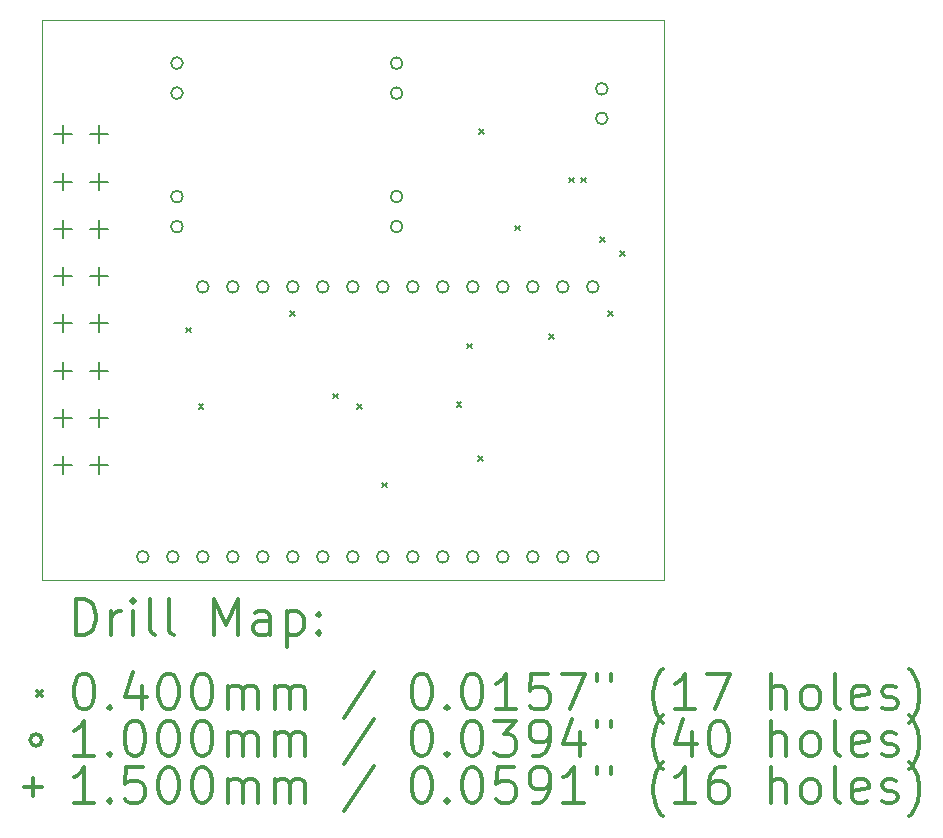
<source format=gbr>
%FSLAX45Y45*%
G04 Gerber Fmt 4.5, Leading zero omitted, Abs format (unit mm)*
G04 Created by KiCad (PCBNEW (5.1.10)-1) date 2021-09-10 11:40:18*
%MOMM*%
%LPD*%
G01*
G04 APERTURE LIST*
%TA.AperFunction,Profile*%
%ADD10C,0.050000*%
%TD*%
%ADD11C,0.200000*%
%ADD12C,0.300000*%
G04 APERTURE END LIST*
D10*
X12636500Y-13400000D02*
X12636500Y-8661400D01*
X17900000Y-8661400D02*
X12636500Y-8661400D01*
X17900000Y-8661400D02*
X17900000Y-13400000D01*
X12636500Y-13400000D02*
X17900000Y-13400000D01*
D11*
X13853690Y-11267950D02*
X13893690Y-11307950D01*
X13893690Y-11267950D02*
X13853690Y-11307950D01*
X13960160Y-11917100D02*
X14000160Y-11957100D01*
X14000160Y-11917100D02*
X13960160Y-11957100D01*
X14737400Y-11130390D02*
X14777400Y-11170390D01*
X14777400Y-11130390D02*
X14737400Y-11170390D01*
X15100000Y-11826450D02*
X15140000Y-11866450D01*
X15140000Y-11826450D02*
X15100000Y-11866450D01*
X15303150Y-11917340D02*
X15343150Y-11957340D01*
X15343150Y-11917340D02*
X15303150Y-11957340D01*
X15515510Y-12579150D02*
X15555510Y-12619150D01*
X15555510Y-12579150D02*
X15515510Y-12619150D01*
X16144750Y-11899390D02*
X16184750Y-11939390D01*
X16184750Y-11899390D02*
X16144750Y-11939390D01*
X16236000Y-11404120D02*
X16276000Y-11444120D01*
X16276000Y-11404120D02*
X16236000Y-11444120D01*
X16327250Y-12357010D02*
X16367250Y-12397010D01*
X16367250Y-12357010D02*
X16327250Y-12397010D01*
X16337600Y-9584760D02*
X16377600Y-9624760D01*
X16377600Y-9584760D02*
X16337600Y-9624760D01*
X16642400Y-10404350D02*
X16682400Y-10444350D01*
X16682400Y-10404350D02*
X16642400Y-10444350D01*
X16927990Y-11321140D02*
X16967990Y-11361140D01*
X16967990Y-11321140D02*
X16927990Y-11361140D01*
X17098660Y-9996750D02*
X17138660Y-10036750D01*
X17138660Y-9996750D02*
X17098660Y-10036750D01*
X17201200Y-9996750D02*
X17241200Y-10036750D01*
X17241200Y-9996750D02*
X17201200Y-10036750D01*
X17361760Y-10502490D02*
X17401760Y-10542490D01*
X17401760Y-10502490D02*
X17361760Y-10542490D01*
X17429800Y-11130600D02*
X17469800Y-11170600D01*
X17469800Y-11130600D02*
X17429800Y-11170600D01*
X17531400Y-10622600D02*
X17571400Y-10662600D01*
X17571400Y-10622600D02*
X17531400Y-10662600D01*
X13537400Y-13208000D02*
G75*
G03*
X13537400Y-13208000I-50000J0D01*
G01*
X13791400Y-13208000D02*
G75*
G03*
X13791400Y-13208000I-50000J0D01*
G01*
X13826600Y-9028200D02*
G75*
G03*
X13826600Y-9028200I-50000J0D01*
G01*
X13826600Y-9282200D02*
G75*
G03*
X13826600Y-9282200I-50000J0D01*
G01*
X13826600Y-10158200D02*
G75*
G03*
X13826600Y-10158200I-50000J0D01*
G01*
X13826600Y-10412200D02*
G75*
G03*
X13826600Y-10412200I-50000J0D01*
G01*
X14045400Y-10922000D02*
G75*
G03*
X14045400Y-10922000I-50000J0D01*
G01*
X14045400Y-13208000D02*
G75*
G03*
X14045400Y-13208000I-50000J0D01*
G01*
X14299400Y-10922000D02*
G75*
G03*
X14299400Y-10922000I-50000J0D01*
G01*
X14299400Y-13208000D02*
G75*
G03*
X14299400Y-13208000I-50000J0D01*
G01*
X14553400Y-10922000D02*
G75*
G03*
X14553400Y-10922000I-50000J0D01*
G01*
X14553400Y-13208000D02*
G75*
G03*
X14553400Y-13208000I-50000J0D01*
G01*
X14807400Y-10922000D02*
G75*
G03*
X14807400Y-10922000I-50000J0D01*
G01*
X14807400Y-13208000D02*
G75*
G03*
X14807400Y-13208000I-50000J0D01*
G01*
X15061400Y-10922000D02*
G75*
G03*
X15061400Y-10922000I-50000J0D01*
G01*
X15061400Y-13208000D02*
G75*
G03*
X15061400Y-13208000I-50000J0D01*
G01*
X15315400Y-10922000D02*
G75*
G03*
X15315400Y-10922000I-50000J0D01*
G01*
X15315400Y-13208000D02*
G75*
G03*
X15315400Y-13208000I-50000J0D01*
G01*
X15569400Y-10922000D02*
G75*
G03*
X15569400Y-10922000I-50000J0D01*
G01*
X15569400Y-13208000D02*
G75*
G03*
X15569400Y-13208000I-50000J0D01*
G01*
X15686600Y-9028200D02*
G75*
G03*
X15686600Y-9028200I-50000J0D01*
G01*
X15686600Y-9282200D02*
G75*
G03*
X15686600Y-9282200I-50000J0D01*
G01*
X15686600Y-10158200D02*
G75*
G03*
X15686600Y-10158200I-50000J0D01*
G01*
X15686600Y-10412200D02*
G75*
G03*
X15686600Y-10412200I-50000J0D01*
G01*
X15823400Y-10922000D02*
G75*
G03*
X15823400Y-10922000I-50000J0D01*
G01*
X15823400Y-13208000D02*
G75*
G03*
X15823400Y-13208000I-50000J0D01*
G01*
X16077400Y-10922000D02*
G75*
G03*
X16077400Y-10922000I-50000J0D01*
G01*
X16077400Y-13208000D02*
G75*
G03*
X16077400Y-13208000I-50000J0D01*
G01*
X16331400Y-10922000D02*
G75*
G03*
X16331400Y-10922000I-50000J0D01*
G01*
X16331400Y-13208000D02*
G75*
G03*
X16331400Y-13208000I-50000J0D01*
G01*
X16585400Y-10922000D02*
G75*
G03*
X16585400Y-10922000I-50000J0D01*
G01*
X16585400Y-13208000D02*
G75*
G03*
X16585400Y-13208000I-50000J0D01*
G01*
X16839400Y-10922000D02*
G75*
G03*
X16839400Y-10922000I-50000J0D01*
G01*
X16839400Y-13208000D02*
G75*
G03*
X16839400Y-13208000I-50000J0D01*
G01*
X17093400Y-10922000D02*
G75*
G03*
X17093400Y-10922000I-50000J0D01*
G01*
X17093400Y-13208000D02*
G75*
G03*
X17093400Y-13208000I-50000J0D01*
G01*
X17347400Y-10922000D02*
G75*
G03*
X17347400Y-10922000I-50000J0D01*
G01*
X17347400Y-13208000D02*
G75*
G03*
X17347400Y-13208000I-50000J0D01*
G01*
X17423600Y-9245600D02*
G75*
G03*
X17423600Y-9245600I-50000J0D01*
G01*
X17423600Y-9495600D02*
G75*
G03*
X17423600Y-9495600I-50000J0D01*
G01*
X12814300Y-9555700D02*
X12814300Y-9705700D01*
X12739300Y-9630700D02*
X12889300Y-9630700D01*
X12814300Y-9955700D02*
X12814300Y-10105700D01*
X12739300Y-10030700D02*
X12889300Y-10030700D01*
X12814300Y-10355700D02*
X12814300Y-10505700D01*
X12739300Y-10430700D02*
X12889300Y-10430700D01*
X12814300Y-10755700D02*
X12814300Y-10905700D01*
X12739300Y-10830700D02*
X12889300Y-10830700D01*
X12814300Y-11155700D02*
X12814300Y-11305700D01*
X12739300Y-11230700D02*
X12889300Y-11230700D01*
X12814300Y-11555700D02*
X12814300Y-11705700D01*
X12739300Y-11630700D02*
X12889300Y-11630700D01*
X12814300Y-11955700D02*
X12814300Y-12105700D01*
X12739300Y-12030700D02*
X12889300Y-12030700D01*
X12814300Y-12355700D02*
X12814300Y-12505700D01*
X12739300Y-12430700D02*
X12889300Y-12430700D01*
X13114300Y-9555700D02*
X13114300Y-9705700D01*
X13039300Y-9630700D02*
X13189300Y-9630700D01*
X13114300Y-9955700D02*
X13114300Y-10105700D01*
X13039300Y-10030700D02*
X13189300Y-10030700D01*
X13114300Y-10355700D02*
X13114300Y-10505700D01*
X13039300Y-10430700D02*
X13189300Y-10430700D01*
X13114300Y-10755700D02*
X13114300Y-10905700D01*
X13039300Y-10830700D02*
X13189300Y-10830700D01*
X13114300Y-11155700D02*
X13114300Y-11305700D01*
X13039300Y-11230700D02*
X13189300Y-11230700D01*
X13114300Y-11555700D02*
X13114300Y-11705700D01*
X13039300Y-11630700D02*
X13189300Y-11630700D01*
X13114300Y-11955700D02*
X13114300Y-12105700D01*
X13039300Y-12030700D02*
X13189300Y-12030700D01*
X13114300Y-12355700D02*
X13114300Y-12505700D01*
X13039300Y-12430700D02*
X13189300Y-12430700D01*
D12*
X12920428Y-13868214D02*
X12920428Y-13568214D01*
X12991857Y-13568214D01*
X13034714Y-13582500D01*
X13063286Y-13611071D01*
X13077571Y-13639643D01*
X13091857Y-13696786D01*
X13091857Y-13739643D01*
X13077571Y-13796786D01*
X13063286Y-13825357D01*
X13034714Y-13853929D01*
X12991857Y-13868214D01*
X12920428Y-13868214D01*
X13220428Y-13868214D02*
X13220428Y-13668214D01*
X13220428Y-13725357D02*
X13234714Y-13696786D01*
X13249000Y-13682500D01*
X13277571Y-13668214D01*
X13306143Y-13668214D01*
X13406143Y-13868214D02*
X13406143Y-13668214D01*
X13406143Y-13568214D02*
X13391857Y-13582500D01*
X13406143Y-13596786D01*
X13420428Y-13582500D01*
X13406143Y-13568214D01*
X13406143Y-13596786D01*
X13591857Y-13868214D02*
X13563286Y-13853929D01*
X13549000Y-13825357D01*
X13549000Y-13568214D01*
X13749000Y-13868214D02*
X13720428Y-13853929D01*
X13706143Y-13825357D01*
X13706143Y-13568214D01*
X14091857Y-13868214D02*
X14091857Y-13568214D01*
X14191857Y-13782500D01*
X14291857Y-13568214D01*
X14291857Y-13868214D01*
X14563286Y-13868214D02*
X14563286Y-13711071D01*
X14549000Y-13682500D01*
X14520428Y-13668214D01*
X14463286Y-13668214D01*
X14434714Y-13682500D01*
X14563286Y-13853929D02*
X14534714Y-13868214D01*
X14463286Y-13868214D01*
X14434714Y-13853929D01*
X14420428Y-13825357D01*
X14420428Y-13796786D01*
X14434714Y-13768214D01*
X14463286Y-13753929D01*
X14534714Y-13753929D01*
X14563286Y-13739643D01*
X14706143Y-13668214D02*
X14706143Y-13968214D01*
X14706143Y-13682500D02*
X14734714Y-13668214D01*
X14791857Y-13668214D01*
X14820428Y-13682500D01*
X14834714Y-13696786D01*
X14849000Y-13725357D01*
X14849000Y-13811071D01*
X14834714Y-13839643D01*
X14820428Y-13853929D01*
X14791857Y-13868214D01*
X14734714Y-13868214D01*
X14706143Y-13853929D01*
X14977571Y-13839643D02*
X14991857Y-13853929D01*
X14977571Y-13868214D01*
X14963286Y-13853929D01*
X14977571Y-13839643D01*
X14977571Y-13868214D01*
X14977571Y-13682500D02*
X14991857Y-13696786D01*
X14977571Y-13711071D01*
X14963286Y-13696786D01*
X14977571Y-13682500D01*
X14977571Y-13711071D01*
X12594000Y-14342500D02*
X12634000Y-14382500D01*
X12634000Y-14342500D02*
X12594000Y-14382500D01*
X12977571Y-14198214D02*
X13006143Y-14198214D01*
X13034714Y-14212500D01*
X13049000Y-14226786D01*
X13063286Y-14255357D01*
X13077571Y-14312500D01*
X13077571Y-14383929D01*
X13063286Y-14441071D01*
X13049000Y-14469643D01*
X13034714Y-14483929D01*
X13006143Y-14498214D01*
X12977571Y-14498214D01*
X12949000Y-14483929D01*
X12934714Y-14469643D01*
X12920428Y-14441071D01*
X12906143Y-14383929D01*
X12906143Y-14312500D01*
X12920428Y-14255357D01*
X12934714Y-14226786D01*
X12949000Y-14212500D01*
X12977571Y-14198214D01*
X13206143Y-14469643D02*
X13220428Y-14483929D01*
X13206143Y-14498214D01*
X13191857Y-14483929D01*
X13206143Y-14469643D01*
X13206143Y-14498214D01*
X13477571Y-14298214D02*
X13477571Y-14498214D01*
X13406143Y-14183929D02*
X13334714Y-14398214D01*
X13520428Y-14398214D01*
X13691857Y-14198214D02*
X13720428Y-14198214D01*
X13749000Y-14212500D01*
X13763286Y-14226786D01*
X13777571Y-14255357D01*
X13791857Y-14312500D01*
X13791857Y-14383929D01*
X13777571Y-14441071D01*
X13763286Y-14469643D01*
X13749000Y-14483929D01*
X13720428Y-14498214D01*
X13691857Y-14498214D01*
X13663286Y-14483929D01*
X13649000Y-14469643D01*
X13634714Y-14441071D01*
X13620428Y-14383929D01*
X13620428Y-14312500D01*
X13634714Y-14255357D01*
X13649000Y-14226786D01*
X13663286Y-14212500D01*
X13691857Y-14198214D01*
X13977571Y-14198214D02*
X14006143Y-14198214D01*
X14034714Y-14212500D01*
X14049000Y-14226786D01*
X14063286Y-14255357D01*
X14077571Y-14312500D01*
X14077571Y-14383929D01*
X14063286Y-14441071D01*
X14049000Y-14469643D01*
X14034714Y-14483929D01*
X14006143Y-14498214D01*
X13977571Y-14498214D01*
X13949000Y-14483929D01*
X13934714Y-14469643D01*
X13920428Y-14441071D01*
X13906143Y-14383929D01*
X13906143Y-14312500D01*
X13920428Y-14255357D01*
X13934714Y-14226786D01*
X13949000Y-14212500D01*
X13977571Y-14198214D01*
X14206143Y-14498214D02*
X14206143Y-14298214D01*
X14206143Y-14326786D02*
X14220428Y-14312500D01*
X14249000Y-14298214D01*
X14291857Y-14298214D01*
X14320428Y-14312500D01*
X14334714Y-14341071D01*
X14334714Y-14498214D01*
X14334714Y-14341071D02*
X14349000Y-14312500D01*
X14377571Y-14298214D01*
X14420428Y-14298214D01*
X14449000Y-14312500D01*
X14463286Y-14341071D01*
X14463286Y-14498214D01*
X14606143Y-14498214D02*
X14606143Y-14298214D01*
X14606143Y-14326786D02*
X14620428Y-14312500D01*
X14649000Y-14298214D01*
X14691857Y-14298214D01*
X14720428Y-14312500D01*
X14734714Y-14341071D01*
X14734714Y-14498214D01*
X14734714Y-14341071D02*
X14749000Y-14312500D01*
X14777571Y-14298214D01*
X14820428Y-14298214D01*
X14849000Y-14312500D01*
X14863286Y-14341071D01*
X14863286Y-14498214D01*
X15449000Y-14183929D02*
X15191857Y-14569643D01*
X15834714Y-14198214D02*
X15863286Y-14198214D01*
X15891857Y-14212500D01*
X15906143Y-14226786D01*
X15920428Y-14255357D01*
X15934714Y-14312500D01*
X15934714Y-14383929D01*
X15920428Y-14441071D01*
X15906143Y-14469643D01*
X15891857Y-14483929D01*
X15863286Y-14498214D01*
X15834714Y-14498214D01*
X15806143Y-14483929D01*
X15791857Y-14469643D01*
X15777571Y-14441071D01*
X15763286Y-14383929D01*
X15763286Y-14312500D01*
X15777571Y-14255357D01*
X15791857Y-14226786D01*
X15806143Y-14212500D01*
X15834714Y-14198214D01*
X16063286Y-14469643D02*
X16077571Y-14483929D01*
X16063286Y-14498214D01*
X16049000Y-14483929D01*
X16063286Y-14469643D01*
X16063286Y-14498214D01*
X16263286Y-14198214D02*
X16291857Y-14198214D01*
X16320428Y-14212500D01*
X16334714Y-14226786D01*
X16349000Y-14255357D01*
X16363286Y-14312500D01*
X16363286Y-14383929D01*
X16349000Y-14441071D01*
X16334714Y-14469643D01*
X16320428Y-14483929D01*
X16291857Y-14498214D01*
X16263286Y-14498214D01*
X16234714Y-14483929D01*
X16220428Y-14469643D01*
X16206143Y-14441071D01*
X16191857Y-14383929D01*
X16191857Y-14312500D01*
X16206143Y-14255357D01*
X16220428Y-14226786D01*
X16234714Y-14212500D01*
X16263286Y-14198214D01*
X16649000Y-14498214D02*
X16477571Y-14498214D01*
X16563286Y-14498214D02*
X16563286Y-14198214D01*
X16534714Y-14241071D01*
X16506143Y-14269643D01*
X16477571Y-14283929D01*
X16920428Y-14198214D02*
X16777571Y-14198214D01*
X16763286Y-14341071D01*
X16777571Y-14326786D01*
X16806143Y-14312500D01*
X16877571Y-14312500D01*
X16906143Y-14326786D01*
X16920428Y-14341071D01*
X16934714Y-14369643D01*
X16934714Y-14441071D01*
X16920428Y-14469643D01*
X16906143Y-14483929D01*
X16877571Y-14498214D01*
X16806143Y-14498214D01*
X16777571Y-14483929D01*
X16763286Y-14469643D01*
X17034714Y-14198214D02*
X17234714Y-14198214D01*
X17106143Y-14498214D01*
X17334714Y-14198214D02*
X17334714Y-14255357D01*
X17449000Y-14198214D02*
X17449000Y-14255357D01*
X17891857Y-14612500D02*
X17877571Y-14598214D01*
X17849000Y-14555357D01*
X17834714Y-14526786D01*
X17820428Y-14483929D01*
X17806143Y-14412500D01*
X17806143Y-14355357D01*
X17820428Y-14283929D01*
X17834714Y-14241071D01*
X17849000Y-14212500D01*
X17877571Y-14169643D01*
X17891857Y-14155357D01*
X18163286Y-14498214D02*
X17991857Y-14498214D01*
X18077571Y-14498214D02*
X18077571Y-14198214D01*
X18049000Y-14241071D01*
X18020428Y-14269643D01*
X17991857Y-14283929D01*
X18263286Y-14198214D02*
X18463286Y-14198214D01*
X18334714Y-14498214D01*
X18806143Y-14498214D02*
X18806143Y-14198214D01*
X18934714Y-14498214D02*
X18934714Y-14341071D01*
X18920428Y-14312500D01*
X18891857Y-14298214D01*
X18849000Y-14298214D01*
X18820428Y-14312500D01*
X18806143Y-14326786D01*
X19120428Y-14498214D02*
X19091857Y-14483929D01*
X19077571Y-14469643D01*
X19063286Y-14441071D01*
X19063286Y-14355357D01*
X19077571Y-14326786D01*
X19091857Y-14312500D01*
X19120428Y-14298214D01*
X19163286Y-14298214D01*
X19191857Y-14312500D01*
X19206143Y-14326786D01*
X19220428Y-14355357D01*
X19220428Y-14441071D01*
X19206143Y-14469643D01*
X19191857Y-14483929D01*
X19163286Y-14498214D01*
X19120428Y-14498214D01*
X19391857Y-14498214D02*
X19363286Y-14483929D01*
X19349000Y-14455357D01*
X19349000Y-14198214D01*
X19620428Y-14483929D02*
X19591857Y-14498214D01*
X19534714Y-14498214D01*
X19506143Y-14483929D01*
X19491857Y-14455357D01*
X19491857Y-14341071D01*
X19506143Y-14312500D01*
X19534714Y-14298214D01*
X19591857Y-14298214D01*
X19620428Y-14312500D01*
X19634714Y-14341071D01*
X19634714Y-14369643D01*
X19491857Y-14398214D01*
X19749000Y-14483929D02*
X19777571Y-14498214D01*
X19834714Y-14498214D01*
X19863286Y-14483929D01*
X19877571Y-14455357D01*
X19877571Y-14441071D01*
X19863286Y-14412500D01*
X19834714Y-14398214D01*
X19791857Y-14398214D01*
X19763286Y-14383929D01*
X19749000Y-14355357D01*
X19749000Y-14341071D01*
X19763286Y-14312500D01*
X19791857Y-14298214D01*
X19834714Y-14298214D01*
X19863286Y-14312500D01*
X19977571Y-14612500D02*
X19991857Y-14598214D01*
X20020428Y-14555357D01*
X20034714Y-14526786D01*
X20049000Y-14483929D01*
X20063286Y-14412500D01*
X20063286Y-14355357D01*
X20049000Y-14283929D01*
X20034714Y-14241071D01*
X20020428Y-14212500D01*
X19991857Y-14169643D01*
X19977571Y-14155357D01*
X12634000Y-14758500D02*
G75*
G03*
X12634000Y-14758500I-50000J0D01*
G01*
X13077571Y-14894214D02*
X12906143Y-14894214D01*
X12991857Y-14894214D02*
X12991857Y-14594214D01*
X12963286Y-14637071D01*
X12934714Y-14665643D01*
X12906143Y-14679929D01*
X13206143Y-14865643D02*
X13220428Y-14879929D01*
X13206143Y-14894214D01*
X13191857Y-14879929D01*
X13206143Y-14865643D01*
X13206143Y-14894214D01*
X13406143Y-14594214D02*
X13434714Y-14594214D01*
X13463286Y-14608500D01*
X13477571Y-14622786D01*
X13491857Y-14651357D01*
X13506143Y-14708500D01*
X13506143Y-14779929D01*
X13491857Y-14837071D01*
X13477571Y-14865643D01*
X13463286Y-14879929D01*
X13434714Y-14894214D01*
X13406143Y-14894214D01*
X13377571Y-14879929D01*
X13363286Y-14865643D01*
X13349000Y-14837071D01*
X13334714Y-14779929D01*
X13334714Y-14708500D01*
X13349000Y-14651357D01*
X13363286Y-14622786D01*
X13377571Y-14608500D01*
X13406143Y-14594214D01*
X13691857Y-14594214D02*
X13720428Y-14594214D01*
X13749000Y-14608500D01*
X13763286Y-14622786D01*
X13777571Y-14651357D01*
X13791857Y-14708500D01*
X13791857Y-14779929D01*
X13777571Y-14837071D01*
X13763286Y-14865643D01*
X13749000Y-14879929D01*
X13720428Y-14894214D01*
X13691857Y-14894214D01*
X13663286Y-14879929D01*
X13649000Y-14865643D01*
X13634714Y-14837071D01*
X13620428Y-14779929D01*
X13620428Y-14708500D01*
X13634714Y-14651357D01*
X13649000Y-14622786D01*
X13663286Y-14608500D01*
X13691857Y-14594214D01*
X13977571Y-14594214D02*
X14006143Y-14594214D01*
X14034714Y-14608500D01*
X14049000Y-14622786D01*
X14063286Y-14651357D01*
X14077571Y-14708500D01*
X14077571Y-14779929D01*
X14063286Y-14837071D01*
X14049000Y-14865643D01*
X14034714Y-14879929D01*
X14006143Y-14894214D01*
X13977571Y-14894214D01*
X13949000Y-14879929D01*
X13934714Y-14865643D01*
X13920428Y-14837071D01*
X13906143Y-14779929D01*
X13906143Y-14708500D01*
X13920428Y-14651357D01*
X13934714Y-14622786D01*
X13949000Y-14608500D01*
X13977571Y-14594214D01*
X14206143Y-14894214D02*
X14206143Y-14694214D01*
X14206143Y-14722786D02*
X14220428Y-14708500D01*
X14249000Y-14694214D01*
X14291857Y-14694214D01*
X14320428Y-14708500D01*
X14334714Y-14737071D01*
X14334714Y-14894214D01*
X14334714Y-14737071D02*
X14349000Y-14708500D01*
X14377571Y-14694214D01*
X14420428Y-14694214D01*
X14449000Y-14708500D01*
X14463286Y-14737071D01*
X14463286Y-14894214D01*
X14606143Y-14894214D02*
X14606143Y-14694214D01*
X14606143Y-14722786D02*
X14620428Y-14708500D01*
X14649000Y-14694214D01*
X14691857Y-14694214D01*
X14720428Y-14708500D01*
X14734714Y-14737071D01*
X14734714Y-14894214D01*
X14734714Y-14737071D02*
X14749000Y-14708500D01*
X14777571Y-14694214D01*
X14820428Y-14694214D01*
X14849000Y-14708500D01*
X14863286Y-14737071D01*
X14863286Y-14894214D01*
X15449000Y-14579929D02*
X15191857Y-14965643D01*
X15834714Y-14594214D02*
X15863286Y-14594214D01*
X15891857Y-14608500D01*
X15906143Y-14622786D01*
X15920428Y-14651357D01*
X15934714Y-14708500D01*
X15934714Y-14779929D01*
X15920428Y-14837071D01*
X15906143Y-14865643D01*
X15891857Y-14879929D01*
X15863286Y-14894214D01*
X15834714Y-14894214D01*
X15806143Y-14879929D01*
X15791857Y-14865643D01*
X15777571Y-14837071D01*
X15763286Y-14779929D01*
X15763286Y-14708500D01*
X15777571Y-14651357D01*
X15791857Y-14622786D01*
X15806143Y-14608500D01*
X15834714Y-14594214D01*
X16063286Y-14865643D02*
X16077571Y-14879929D01*
X16063286Y-14894214D01*
X16049000Y-14879929D01*
X16063286Y-14865643D01*
X16063286Y-14894214D01*
X16263286Y-14594214D02*
X16291857Y-14594214D01*
X16320428Y-14608500D01*
X16334714Y-14622786D01*
X16349000Y-14651357D01*
X16363286Y-14708500D01*
X16363286Y-14779929D01*
X16349000Y-14837071D01*
X16334714Y-14865643D01*
X16320428Y-14879929D01*
X16291857Y-14894214D01*
X16263286Y-14894214D01*
X16234714Y-14879929D01*
X16220428Y-14865643D01*
X16206143Y-14837071D01*
X16191857Y-14779929D01*
X16191857Y-14708500D01*
X16206143Y-14651357D01*
X16220428Y-14622786D01*
X16234714Y-14608500D01*
X16263286Y-14594214D01*
X16463286Y-14594214D02*
X16649000Y-14594214D01*
X16549000Y-14708500D01*
X16591857Y-14708500D01*
X16620428Y-14722786D01*
X16634714Y-14737071D01*
X16649000Y-14765643D01*
X16649000Y-14837071D01*
X16634714Y-14865643D01*
X16620428Y-14879929D01*
X16591857Y-14894214D01*
X16506143Y-14894214D01*
X16477571Y-14879929D01*
X16463286Y-14865643D01*
X16791857Y-14894214D02*
X16849000Y-14894214D01*
X16877571Y-14879929D01*
X16891857Y-14865643D01*
X16920428Y-14822786D01*
X16934714Y-14765643D01*
X16934714Y-14651357D01*
X16920428Y-14622786D01*
X16906143Y-14608500D01*
X16877571Y-14594214D01*
X16820428Y-14594214D01*
X16791857Y-14608500D01*
X16777571Y-14622786D01*
X16763286Y-14651357D01*
X16763286Y-14722786D01*
X16777571Y-14751357D01*
X16791857Y-14765643D01*
X16820428Y-14779929D01*
X16877571Y-14779929D01*
X16906143Y-14765643D01*
X16920428Y-14751357D01*
X16934714Y-14722786D01*
X17191857Y-14694214D02*
X17191857Y-14894214D01*
X17120428Y-14579929D02*
X17049000Y-14794214D01*
X17234714Y-14794214D01*
X17334714Y-14594214D02*
X17334714Y-14651357D01*
X17449000Y-14594214D02*
X17449000Y-14651357D01*
X17891857Y-15008500D02*
X17877571Y-14994214D01*
X17849000Y-14951357D01*
X17834714Y-14922786D01*
X17820428Y-14879929D01*
X17806143Y-14808500D01*
X17806143Y-14751357D01*
X17820428Y-14679929D01*
X17834714Y-14637071D01*
X17849000Y-14608500D01*
X17877571Y-14565643D01*
X17891857Y-14551357D01*
X18134714Y-14694214D02*
X18134714Y-14894214D01*
X18063286Y-14579929D02*
X17991857Y-14794214D01*
X18177571Y-14794214D01*
X18349000Y-14594214D02*
X18377571Y-14594214D01*
X18406143Y-14608500D01*
X18420428Y-14622786D01*
X18434714Y-14651357D01*
X18449000Y-14708500D01*
X18449000Y-14779929D01*
X18434714Y-14837071D01*
X18420428Y-14865643D01*
X18406143Y-14879929D01*
X18377571Y-14894214D01*
X18349000Y-14894214D01*
X18320428Y-14879929D01*
X18306143Y-14865643D01*
X18291857Y-14837071D01*
X18277571Y-14779929D01*
X18277571Y-14708500D01*
X18291857Y-14651357D01*
X18306143Y-14622786D01*
X18320428Y-14608500D01*
X18349000Y-14594214D01*
X18806143Y-14894214D02*
X18806143Y-14594214D01*
X18934714Y-14894214D02*
X18934714Y-14737071D01*
X18920428Y-14708500D01*
X18891857Y-14694214D01*
X18849000Y-14694214D01*
X18820428Y-14708500D01*
X18806143Y-14722786D01*
X19120428Y-14894214D02*
X19091857Y-14879929D01*
X19077571Y-14865643D01*
X19063286Y-14837071D01*
X19063286Y-14751357D01*
X19077571Y-14722786D01*
X19091857Y-14708500D01*
X19120428Y-14694214D01*
X19163286Y-14694214D01*
X19191857Y-14708500D01*
X19206143Y-14722786D01*
X19220428Y-14751357D01*
X19220428Y-14837071D01*
X19206143Y-14865643D01*
X19191857Y-14879929D01*
X19163286Y-14894214D01*
X19120428Y-14894214D01*
X19391857Y-14894214D02*
X19363286Y-14879929D01*
X19349000Y-14851357D01*
X19349000Y-14594214D01*
X19620428Y-14879929D02*
X19591857Y-14894214D01*
X19534714Y-14894214D01*
X19506143Y-14879929D01*
X19491857Y-14851357D01*
X19491857Y-14737071D01*
X19506143Y-14708500D01*
X19534714Y-14694214D01*
X19591857Y-14694214D01*
X19620428Y-14708500D01*
X19634714Y-14737071D01*
X19634714Y-14765643D01*
X19491857Y-14794214D01*
X19749000Y-14879929D02*
X19777571Y-14894214D01*
X19834714Y-14894214D01*
X19863286Y-14879929D01*
X19877571Y-14851357D01*
X19877571Y-14837071D01*
X19863286Y-14808500D01*
X19834714Y-14794214D01*
X19791857Y-14794214D01*
X19763286Y-14779929D01*
X19749000Y-14751357D01*
X19749000Y-14737071D01*
X19763286Y-14708500D01*
X19791857Y-14694214D01*
X19834714Y-14694214D01*
X19863286Y-14708500D01*
X19977571Y-15008500D02*
X19991857Y-14994214D01*
X20020428Y-14951357D01*
X20034714Y-14922786D01*
X20049000Y-14879929D01*
X20063286Y-14808500D01*
X20063286Y-14751357D01*
X20049000Y-14679929D01*
X20034714Y-14637071D01*
X20020428Y-14608500D01*
X19991857Y-14565643D01*
X19977571Y-14551357D01*
X12559000Y-15079500D02*
X12559000Y-15229500D01*
X12484000Y-15154500D02*
X12634000Y-15154500D01*
X13077571Y-15290214D02*
X12906143Y-15290214D01*
X12991857Y-15290214D02*
X12991857Y-14990214D01*
X12963286Y-15033071D01*
X12934714Y-15061643D01*
X12906143Y-15075929D01*
X13206143Y-15261643D02*
X13220428Y-15275929D01*
X13206143Y-15290214D01*
X13191857Y-15275929D01*
X13206143Y-15261643D01*
X13206143Y-15290214D01*
X13491857Y-14990214D02*
X13349000Y-14990214D01*
X13334714Y-15133071D01*
X13349000Y-15118786D01*
X13377571Y-15104500D01*
X13449000Y-15104500D01*
X13477571Y-15118786D01*
X13491857Y-15133071D01*
X13506143Y-15161643D01*
X13506143Y-15233071D01*
X13491857Y-15261643D01*
X13477571Y-15275929D01*
X13449000Y-15290214D01*
X13377571Y-15290214D01*
X13349000Y-15275929D01*
X13334714Y-15261643D01*
X13691857Y-14990214D02*
X13720428Y-14990214D01*
X13749000Y-15004500D01*
X13763286Y-15018786D01*
X13777571Y-15047357D01*
X13791857Y-15104500D01*
X13791857Y-15175929D01*
X13777571Y-15233071D01*
X13763286Y-15261643D01*
X13749000Y-15275929D01*
X13720428Y-15290214D01*
X13691857Y-15290214D01*
X13663286Y-15275929D01*
X13649000Y-15261643D01*
X13634714Y-15233071D01*
X13620428Y-15175929D01*
X13620428Y-15104500D01*
X13634714Y-15047357D01*
X13649000Y-15018786D01*
X13663286Y-15004500D01*
X13691857Y-14990214D01*
X13977571Y-14990214D02*
X14006143Y-14990214D01*
X14034714Y-15004500D01*
X14049000Y-15018786D01*
X14063286Y-15047357D01*
X14077571Y-15104500D01*
X14077571Y-15175929D01*
X14063286Y-15233071D01*
X14049000Y-15261643D01*
X14034714Y-15275929D01*
X14006143Y-15290214D01*
X13977571Y-15290214D01*
X13949000Y-15275929D01*
X13934714Y-15261643D01*
X13920428Y-15233071D01*
X13906143Y-15175929D01*
X13906143Y-15104500D01*
X13920428Y-15047357D01*
X13934714Y-15018786D01*
X13949000Y-15004500D01*
X13977571Y-14990214D01*
X14206143Y-15290214D02*
X14206143Y-15090214D01*
X14206143Y-15118786D02*
X14220428Y-15104500D01*
X14249000Y-15090214D01*
X14291857Y-15090214D01*
X14320428Y-15104500D01*
X14334714Y-15133071D01*
X14334714Y-15290214D01*
X14334714Y-15133071D02*
X14349000Y-15104500D01*
X14377571Y-15090214D01*
X14420428Y-15090214D01*
X14449000Y-15104500D01*
X14463286Y-15133071D01*
X14463286Y-15290214D01*
X14606143Y-15290214D02*
X14606143Y-15090214D01*
X14606143Y-15118786D02*
X14620428Y-15104500D01*
X14649000Y-15090214D01*
X14691857Y-15090214D01*
X14720428Y-15104500D01*
X14734714Y-15133071D01*
X14734714Y-15290214D01*
X14734714Y-15133071D02*
X14749000Y-15104500D01*
X14777571Y-15090214D01*
X14820428Y-15090214D01*
X14849000Y-15104500D01*
X14863286Y-15133071D01*
X14863286Y-15290214D01*
X15449000Y-14975929D02*
X15191857Y-15361643D01*
X15834714Y-14990214D02*
X15863286Y-14990214D01*
X15891857Y-15004500D01*
X15906143Y-15018786D01*
X15920428Y-15047357D01*
X15934714Y-15104500D01*
X15934714Y-15175929D01*
X15920428Y-15233071D01*
X15906143Y-15261643D01*
X15891857Y-15275929D01*
X15863286Y-15290214D01*
X15834714Y-15290214D01*
X15806143Y-15275929D01*
X15791857Y-15261643D01*
X15777571Y-15233071D01*
X15763286Y-15175929D01*
X15763286Y-15104500D01*
X15777571Y-15047357D01*
X15791857Y-15018786D01*
X15806143Y-15004500D01*
X15834714Y-14990214D01*
X16063286Y-15261643D02*
X16077571Y-15275929D01*
X16063286Y-15290214D01*
X16049000Y-15275929D01*
X16063286Y-15261643D01*
X16063286Y-15290214D01*
X16263286Y-14990214D02*
X16291857Y-14990214D01*
X16320428Y-15004500D01*
X16334714Y-15018786D01*
X16349000Y-15047357D01*
X16363286Y-15104500D01*
X16363286Y-15175929D01*
X16349000Y-15233071D01*
X16334714Y-15261643D01*
X16320428Y-15275929D01*
X16291857Y-15290214D01*
X16263286Y-15290214D01*
X16234714Y-15275929D01*
X16220428Y-15261643D01*
X16206143Y-15233071D01*
X16191857Y-15175929D01*
X16191857Y-15104500D01*
X16206143Y-15047357D01*
X16220428Y-15018786D01*
X16234714Y-15004500D01*
X16263286Y-14990214D01*
X16634714Y-14990214D02*
X16491857Y-14990214D01*
X16477571Y-15133071D01*
X16491857Y-15118786D01*
X16520428Y-15104500D01*
X16591857Y-15104500D01*
X16620428Y-15118786D01*
X16634714Y-15133071D01*
X16649000Y-15161643D01*
X16649000Y-15233071D01*
X16634714Y-15261643D01*
X16620428Y-15275929D01*
X16591857Y-15290214D01*
X16520428Y-15290214D01*
X16491857Y-15275929D01*
X16477571Y-15261643D01*
X16791857Y-15290214D02*
X16849000Y-15290214D01*
X16877571Y-15275929D01*
X16891857Y-15261643D01*
X16920428Y-15218786D01*
X16934714Y-15161643D01*
X16934714Y-15047357D01*
X16920428Y-15018786D01*
X16906143Y-15004500D01*
X16877571Y-14990214D01*
X16820428Y-14990214D01*
X16791857Y-15004500D01*
X16777571Y-15018786D01*
X16763286Y-15047357D01*
X16763286Y-15118786D01*
X16777571Y-15147357D01*
X16791857Y-15161643D01*
X16820428Y-15175929D01*
X16877571Y-15175929D01*
X16906143Y-15161643D01*
X16920428Y-15147357D01*
X16934714Y-15118786D01*
X17220428Y-15290214D02*
X17049000Y-15290214D01*
X17134714Y-15290214D02*
X17134714Y-14990214D01*
X17106143Y-15033071D01*
X17077571Y-15061643D01*
X17049000Y-15075929D01*
X17334714Y-14990214D02*
X17334714Y-15047357D01*
X17449000Y-14990214D02*
X17449000Y-15047357D01*
X17891857Y-15404500D02*
X17877571Y-15390214D01*
X17849000Y-15347357D01*
X17834714Y-15318786D01*
X17820428Y-15275929D01*
X17806143Y-15204500D01*
X17806143Y-15147357D01*
X17820428Y-15075929D01*
X17834714Y-15033071D01*
X17849000Y-15004500D01*
X17877571Y-14961643D01*
X17891857Y-14947357D01*
X18163286Y-15290214D02*
X17991857Y-15290214D01*
X18077571Y-15290214D02*
X18077571Y-14990214D01*
X18049000Y-15033071D01*
X18020428Y-15061643D01*
X17991857Y-15075929D01*
X18420428Y-14990214D02*
X18363286Y-14990214D01*
X18334714Y-15004500D01*
X18320428Y-15018786D01*
X18291857Y-15061643D01*
X18277571Y-15118786D01*
X18277571Y-15233071D01*
X18291857Y-15261643D01*
X18306143Y-15275929D01*
X18334714Y-15290214D01*
X18391857Y-15290214D01*
X18420428Y-15275929D01*
X18434714Y-15261643D01*
X18449000Y-15233071D01*
X18449000Y-15161643D01*
X18434714Y-15133071D01*
X18420428Y-15118786D01*
X18391857Y-15104500D01*
X18334714Y-15104500D01*
X18306143Y-15118786D01*
X18291857Y-15133071D01*
X18277571Y-15161643D01*
X18806143Y-15290214D02*
X18806143Y-14990214D01*
X18934714Y-15290214D02*
X18934714Y-15133071D01*
X18920428Y-15104500D01*
X18891857Y-15090214D01*
X18849000Y-15090214D01*
X18820428Y-15104500D01*
X18806143Y-15118786D01*
X19120428Y-15290214D02*
X19091857Y-15275929D01*
X19077571Y-15261643D01*
X19063286Y-15233071D01*
X19063286Y-15147357D01*
X19077571Y-15118786D01*
X19091857Y-15104500D01*
X19120428Y-15090214D01*
X19163286Y-15090214D01*
X19191857Y-15104500D01*
X19206143Y-15118786D01*
X19220428Y-15147357D01*
X19220428Y-15233071D01*
X19206143Y-15261643D01*
X19191857Y-15275929D01*
X19163286Y-15290214D01*
X19120428Y-15290214D01*
X19391857Y-15290214D02*
X19363286Y-15275929D01*
X19349000Y-15247357D01*
X19349000Y-14990214D01*
X19620428Y-15275929D02*
X19591857Y-15290214D01*
X19534714Y-15290214D01*
X19506143Y-15275929D01*
X19491857Y-15247357D01*
X19491857Y-15133071D01*
X19506143Y-15104500D01*
X19534714Y-15090214D01*
X19591857Y-15090214D01*
X19620428Y-15104500D01*
X19634714Y-15133071D01*
X19634714Y-15161643D01*
X19491857Y-15190214D01*
X19749000Y-15275929D02*
X19777571Y-15290214D01*
X19834714Y-15290214D01*
X19863286Y-15275929D01*
X19877571Y-15247357D01*
X19877571Y-15233071D01*
X19863286Y-15204500D01*
X19834714Y-15190214D01*
X19791857Y-15190214D01*
X19763286Y-15175929D01*
X19749000Y-15147357D01*
X19749000Y-15133071D01*
X19763286Y-15104500D01*
X19791857Y-15090214D01*
X19834714Y-15090214D01*
X19863286Y-15104500D01*
X19977571Y-15404500D02*
X19991857Y-15390214D01*
X20020428Y-15347357D01*
X20034714Y-15318786D01*
X20049000Y-15275929D01*
X20063286Y-15204500D01*
X20063286Y-15147357D01*
X20049000Y-15075929D01*
X20034714Y-15033071D01*
X20020428Y-15004500D01*
X19991857Y-14961643D01*
X19977571Y-14947357D01*
M02*

</source>
